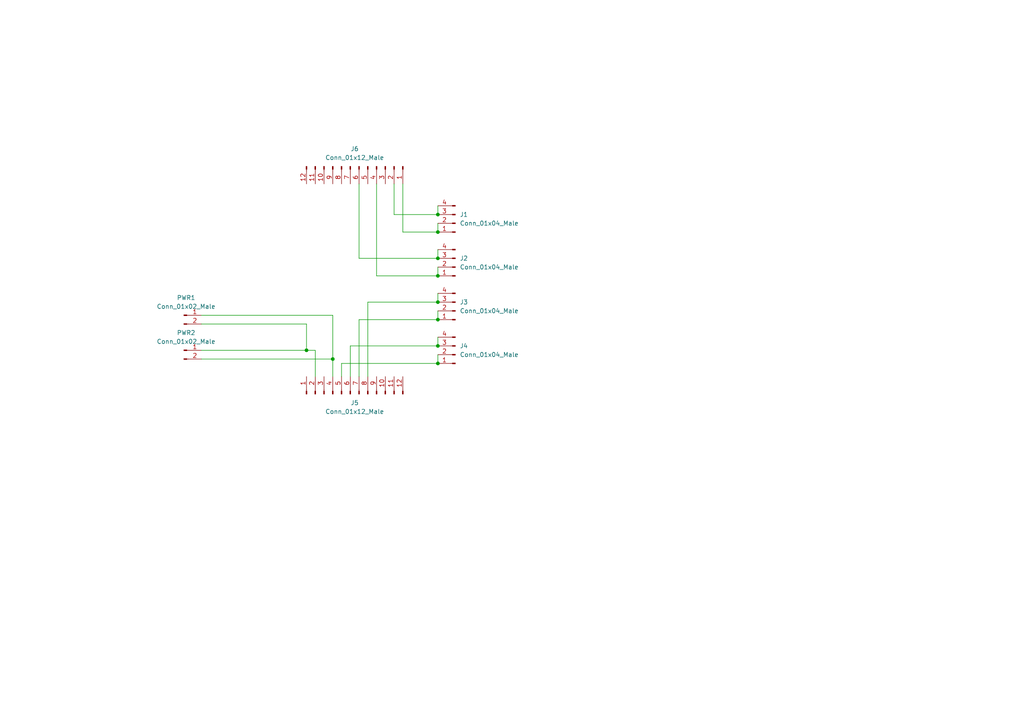
<source format=kicad_sch>
(kicad_sch (version 20211123) (generator eeschema)
  (paper "A4")
  (lib_symbols
    (symbol "Conn_01x12_Male_1" (pin_names (offset 1.016) hide)
      (property "Reference" "J" (at 0 15.24 0))
      (property "Value" "Conn_01x12_Male_1" (at 0 -17.78 0))
      (symbol "Conn_01x12_Male_1_1_1"
        (polyline (pts (xy 1.27 -15.24) (xy 0.8636 -15.24)) (stroke (width 0.1524)))
        (polyline (pts (xy 1.27 -12.7) (xy 0.8636 -12.7)) (stroke (width 0.1524)))
        (polyline (pts (xy 1.27 -10.16) (xy 0.8636 -10.16)) (stroke (width 0.1524)))
        (polyline (pts (xy 1.27 -7.62) (xy 0.8636 -7.62)) (stroke (width 0.1524)))
        (polyline (pts (xy 1.27 -5.08) (xy 0.8636 -5.08)) (stroke (width 0.1524)))
        (polyline (pts (xy 1.27 -2.54) (xy 0.8636 -2.54)) (stroke (width 0.1524)))
        (polyline (pts (xy 1.27 0) (xy 0.8636 0)) (stroke (width 0.1524)))
        (polyline (pts (xy 1.27 2.54) (xy 0.8636 2.54)) (stroke (width 0.1524)))
        (polyline (pts (xy 1.27 5.08) (xy 0.8636 5.08)) (stroke (width 0.1524)))
        (polyline (pts (xy 1.27 7.62) (xy 0.8636 7.62)) (stroke (width 0.1524)))
        (polyline (pts (xy 1.27 10.16) (xy 0.8636 10.16)) (stroke (width 0.1524)))
        (polyline (pts (xy 1.27 12.7) (xy 0.8636 12.7)) (stroke (width 0.1524)))
        (rectangle (start 0.8636 -15.113) (end 0 -15.367) (stroke (width 0.1524)) (fill (type outline)))
        (rectangle (start 0.8636 -12.573) (end 0 -12.827) (stroke (width 0.1524)) (fill (type outline)))
        (rectangle (start 0.8636 -10.033) (end 0 -10.287) (stroke (width 0.1524)) (fill (type outline)))
        (rectangle (start 0.8636 -7.493) (end 0 -7.747) (stroke (width 0.1524)) (fill (type outline)))
        (rectangle (start 0.8636 -4.953) (end 0 -5.207) (stroke (width 0.1524)) (fill (type outline)))
        (rectangle (start 0.8636 -2.413) (end 0 -2.667) (stroke (width 0.1524)) (fill (type outline)))
        (rectangle (start 0.8636 0.127) (end 0 -0.127) (stroke (width 0.1524)) (fill (type outline)))
        (rectangle (start 0.8636 2.667) (end 0 2.413) (stroke (width 0.1524)) (fill (type outline)))
        (rectangle (start 0.8636 5.207) (end 0 4.953) (stroke (width 0.1524)) (fill (type outline)))
        (rectangle (start 0.8636 7.747) (end 0 7.493) (stroke (width 0.1524)) (fill (type outline)))
        (rectangle (start 0.8636 10.287) (end 0 10.033) (stroke (width 0.1524)) (fill (type outline)))
        (rectangle (start 0.8636 12.827) (end 0 12.573) (stroke (width 0.1524)) (fill (type outline)))
        (pin passive line (at 5.08 12.7 180) (length 3.81) (name "Pin_1") (number "1"))
        (pin passive line (at 5.08 -10.16 180) (length 3.81) (name "Pin_10") (number "10"))
        (pin passive line (at 5.08 -12.7 180) (length 3.81) (name "Pin_11") (number "11"))
        (pin passive line (at 5.08 -15.24 180) (length 3.81) (name "Pin_12") (number "12"))
        (pin passive line (at 5.08 10.16 180) (length 3.81) (name "Pin_2") (number "2"))
        (pin passive line (at 5.08 7.62 180) (length 3.81) (name "Pin_3") (number "3"))
        (pin passive line (at 5.08 5.08 180) (length 3.81) (name "Pin_4") (number "4"))
        (pin passive line (at 5.08 2.54 180) (length 3.81) (name "Pin_5") (number "5"))
        (pin passive line (at 5.08 0 180) (length 3.81) (name "Pin_6") (number "6"))
        (pin passive line (at 5.08 -2.54 180) (length 3.81) (name "Pin_7") (number "7"))
        (pin passive line (at 5.08 -5.08 180) (length 3.81) (name "Pin_8") (number "8"))
        (pin passive line (at 5.08 -7.62 180) (length 3.81) (name "Pin_9") (number "9"))
      )
    )
    (symbol "Connector:Conn_01x02_Male" (pin_names (offset 1.016) hide)
      (property "Reference" "J" (at 0 2.54 0))
      (property "Value" "Conn_01x02_Male" (at 0 -5.08 0))
      (symbol "Conn_01x02_Male_1_1"
        (polyline (pts (xy 1.27 -2.54) (xy 0.8636 -2.54)) (stroke (width 0.1524)))
        (polyline (pts (xy 1.27 0) (xy 0.8636 0)) (stroke (width 0.1524)))
        (rectangle (start 0.8636 -2.413) (end 0 -2.667) (stroke (width 0.1524)) (fill (type outline)))
        (rectangle (start 0.8636 0.127) (end 0 -0.127) (stroke (width 0.1524)) (fill (type outline)))
        (pin passive line (at 5.08 0 180) (length 3.81) (name "Pin_1") (number "1"))
        (pin passive line (at 5.08 -2.54 180) (length 3.81) (name "Pin_2") (number "2"))
      )
    )
    (symbol "Connector:Conn_01x04_Male" (pin_names (offset 1.016) hide)
      (property "Reference" "J" (at 0 5.08 0))
      (property "Value" "Conn_01x04_Male" (at 0 -7.62 0))
      (symbol "Conn_01x04_Male_1_1"
        (polyline (pts (xy 1.27 -5.08) (xy 0.8636 -5.08)) (stroke (width 0.1524)))
        (polyline (pts (xy 1.27 -2.54) (xy 0.8636 -2.54)) (stroke (width 0.1524)))
        (polyline (pts (xy 1.27 0) (xy 0.8636 0)) (stroke (width 0.1524)))
        (polyline (pts (xy 1.27 2.54) (xy 0.8636 2.54)) (stroke (width 0.1524)))
        (rectangle (start 0.8636 -4.953) (end 0 -5.207) (stroke (width 0.1524)) (fill (type outline)))
        (rectangle (start 0.8636 -2.413) (end 0 -2.667) (stroke (width 0.1524)) (fill (type outline)))
        (rectangle (start 0.8636 0.127) (end 0 -0.127) (stroke (width 0.1524)) (fill (type outline)))
        (rectangle (start 0.8636 2.667) (end 0 2.413) (stroke (width 0.1524)) (fill (type outline)))
        (pin passive line (at 5.08 2.54 180) (length 3.81) (name "Pin_1") (number "1"))
        (pin passive line (at 5.08 0 180) (length 3.81) (name "Pin_2") (number "2"))
        (pin passive line (at 5.08 -2.54 180) (length 3.81) (name "Pin_3") (number "3"))
        (pin passive line (at 5.08 -5.08 180) (length 3.81) (name "Pin_4") (number "4"))
      )
    )
    (symbol "Connector:Conn_01x12_Male" (pin_names (offset 1.016) hide)
      (property "Reference" "J" (at 0 15.24 0))
      (property "Value" "Conn_01x12_Male" (at 0 -17.78 0))
      (symbol "Conn_01x12_Male_1_1"
        (polyline (pts (xy 1.27 -15.24) (xy 0.8636 -15.24)) (stroke (width 0.1524)))
        (polyline (pts (xy 1.27 -12.7) (xy 0.8636 -12.7)) (stroke (width 0.1524)))
        (polyline (pts (xy 1.27 -10.16) (xy 0.8636 -10.16)) (stroke (width 0.1524)))
        (polyline (pts (xy 1.27 -7.62) (xy 0.8636 -7.62)) (stroke (width 0.1524)))
        (polyline (pts (xy 1.27 -5.08) (xy 0.8636 -5.08)) (stroke (width 0.1524)))
        (polyline (pts (xy 1.27 -2.54) (xy 0.8636 -2.54)) (stroke (width 0.1524)))
        (polyline (pts (xy 1.27 0) (xy 0.8636 0)) (stroke (width 0.1524)))
        (polyline (pts (xy 1.27 2.54) (xy 0.8636 2.54)) (stroke (width 0.1524)))
        (polyline (pts (xy 1.27 5.08) (xy 0.8636 5.08)) (stroke (width 0.1524)))
        (polyline (pts (xy 1.27 7.62) (xy 0.8636 7.62)) (stroke (width 0.1524)))
        (polyline (pts (xy 1.27 10.16) (xy 0.8636 10.16)) (stroke (width 0.1524)))
        (polyline (pts (xy 1.27 12.7) (xy 0.8636 12.7)) (stroke (width 0.1524)))
        (rectangle (start 0.8636 -15.113) (end 0 -15.367) (stroke (width 0.1524)) (fill (type outline)))
        (rectangle (start 0.8636 -12.573) (end 0 -12.827) (stroke (width 0.1524)) (fill (type outline)))
        (rectangle (start 0.8636 -10.033) (end 0 -10.287) (stroke (width 0.1524)) (fill (type outline)))
        (rectangle (start 0.8636 -7.493) (end 0 -7.747) (stroke (width 0.1524)) (fill (type outline)))
        (rectangle (start 0.8636 -4.953) (end 0 -5.207) (stroke (width 0.1524)) (fill (type outline)))
        (rectangle (start 0.8636 -2.413) (end 0 -2.667) (stroke (width 0.1524)) (fill (type outline)))
        (rectangle (start 0.8636 0.127) (end 0 -0.127) (stroke (width 0.1524)) (fill (type outline)))
        (rectangle (start 0.8636 2.667) (end 0 2.413) (stroke (width 0.1524)) (fill (type outline)))
        (rectangle (start 0.8636 5.207) (end 0 4.953) (stroke (width 0.1524)) (fill (type outline)))
        (rectangle (start 0.8636 7.747) (end 0 7.493) (stroke (width 0.1524)) (fill (type outline)))
        (rectangle (start 0.8636 10.287) (end 0 10.033) (stroke (width 0.1524)) (fill (type outline)))
        (rectangle (start 0.8636 12.827) (end 0 12.573) (stroke (width 0.1524)) (fill (type outline)))
        (pin passive line (at 5.08 12.7 180) (length 3.81) (name "Pin_1") (number "1"))
        (pin passive line (at 5.08 -10.16 180) (length 3.81) (name "Pin_10") (number "10"))
        (pin passive line (at 5.08 -12.7 180) (length 3.81) (name "Pin_11") (number "11"))
        (pin passive line (at 5.08 -15.24 180) (length 3.81) (name "Pin_12") (number "12"))
        (pin passive line (at 5.08 10.16 180) (length 3.81) (name "Pin_2") (number "2"))
        (pin passive line (at 5.08 7.62 180) (length 3.81) (name "Pin_3") (number "3"))
        (pin passive line (at 5.08 5.08 180) (length 3.81) (name "Pin_4") (number "4"))
        (pin passive line (at 5.08 2.54 180) (length 3.81) (name "Pin_5") (number "5"))
        (pin passive line (at 5.08 0 180) (length 3.81) (name "Pin_6") (number "6"))
        (pin passive line (at 5.08 -2.54 180) (length 3.81) (name "Pin_7") (number "7"))
        (pin passive line (at 5.08 -5.08 180) (length 3.81) (name "Pin_8") (number "8"))
        (pin passive line (at 5.08 -7.62 180) (length 3.81) (name "Pin_9") (number "9"))
      )
    )
  )
  (junction (at 127 74.93))
  (junction (at 127 62.23))
  (junction (at 96.52 104.14))
  (junction (at 88.9 101.6))
  (junction (at 127 87.63))
  (junction (at 127 105.41))
  (junction (at 127 92.71))
  (junction (at 127 100.33))
  (junction (at 127 80.01))
  (junction (at 127 67.31))
  (wire (pts (xy 127 62.23) (xy 114.3 62.23)))
  (wire (pts (xy 99.06 105.41) (xy 127 105.41)))
  (wire (pts (xy 127 97.79) (xy 127 100.33)))
  (wire (pts (xy 127 74.93) (xy 104.14 74.93)))
  (wire (pts (xy 127 77.47) (xy 127 80.01)))
  (wire (pts (xy 58.42 104.14) (xy 96.52 104.14)))
  (wire (pts (xy 96.52 104.14) (xy 96.52 109.22)))
  (wire (pts (xy 116.84 67.31) (xy 116.84 53.34)))
  (wire (pts (xy 114.3 62.23) (xy 114.3 53.34)))
  (wire (pts (xy 104.14 92.71) (xy 104.14 109.22)))
  (wire (pts (xy 127 64.77) (xy 127 67.31)))
  (wire (pts (xy 127 67.31) (xy 116.84 67.31)))
  (wire (pts (xy 88.9 93.98) (xy 88.9 101.6)))
  (wire (pts (xy 127 92.71) (xy 104.14 92.71)))
  (wire (pts (xy 127 80.01) (xy 109.22 80.01)))
  (wire (pts (xy 106.68 87.63) (xy 106.68 109.22)))
  (wire (pts (xy 127 59.69) (xy 127 62.23)))
  (wire (pts (xy 99.06 105.41) (xy 99.06 109.22)))
  (wire (pts (xy 127 72.39) (xy 127 74.93)))
  (wire (pts (xy 104.14 74.93) (xy 104.14 53.34)))
  (wire (pts (xy 109.22 80.01) (xy 109.22 53.34)))
  (wire (pts (xy 96.52 91.44) (xy 96.52 104.14)))
  (wire (pts (xy 58.42 101.6) (xy 88.9 101.6)))
  (wire (pts (xy 58.42 93.98) (xy 88.9 93.98)))
  (wire (pts (xy 127 85.09) (xy 127 87.63)))
  (wire (pts (xy 101.6 100.33) (xy 127 100.33)))
  (wire (pts (xy 101.6 100.33) (xy 101.6 109.22)))
  (wire (pts (xy 127 87.63) (xy 106.68 87.63)))
  (wire (pts (xy 58.42 91.44) (xy 96.52 91.44)))
  (wire (pts (xy 91.44 101.6) (xy 91.44 109.22)))
  (wire (pts (xy 127 102.87) (xy 127 105.41)))
  (wire (pts (xy 88.9 101.6) (xy 91.44 101.6)))
  (wire (pts (xy 127 90.17) (xy 127 92.71)))
  (symbol (lib_id "Connector:Conn_01x04_Male") (at 132.08 102.87 180) (unit 1)
    (property "Reference" "J4" (at 133.35 100.3299 0) (effects (justify right)))
    (property "Value" "Conn_01x04_Male" (at 133.35 102.8699 0) (effects (justify right)))
    (property "Footprint" "Connector_JST:JST_XH_S4B-XH-A_1x04_P2.50mm_Horizontal" (effects hide))
  )
  (symbol (lib_id "Connector:Conn_01x12_Male") (at 104.14 48.26 270) (unit 1)
    (property "Reference" "J6" (at 102.87 43.18 90))
    (property "Value" "Conn_01x12_Male" (at 102.87 45.72 90))
    (property "Footprint" "Connector_PinHeader_2.54mm:PinHeader_1x12_P2.54mm_Vertical" (effects hide))
  )
  (symbol (lib_id "Connector:Conn_01x04_Male") (at 132.08 64.77 180) (unit 1)
    (property "Reference" "J1" (at 133.35 62.2299 0) (effects (justify right)))
    (property "Value" "Conn_01x04_Male" (at 133.35 64.7699 0) (effects (justify right)))
    (property "Footprint" "Connector_JST:JST_XH_S4B-XH-A_1x04_P2.50mm_Horizontal" (effects hide))
  )
  (symbol (lib_id "Connector:Conn_01x04_Male") (at 132.08 90.17 180) (unit 1)
    (property "Reference" "J3" (at 133.35 87.6299 0) (effects (justify right)))
    (property "Value" "Conn_01x04_Male" (at 133.35 90.1699 0) (effects (justify right)))
    (property "Footprint" "Connector_JST:JST_XH_S4B-XH-A_1x04_P2.50mm_Horizontal" (effects hide))
  )
  (symbol (lib_id "Connector:Conn_01x02_Male") (at 53.34 91.44 0) (unit 1)
    (property "Reference" "PWR1" (at 53.975 86.36 0))
    (property "Value" "Conn_01x02_Male" (at 53.975 88.9 0))
    (property "Footprint" "Connector_JST:JST_XH_S2B-XH-A_1x02_P2.50mm_Horizontal" (effects hide))
  )
  (symbol (lib_name "Conn_01x12_Male_1") (lib_id "Connector:Conn_01x12_Male") (at 101.6 114.3 90) (unit 1)
    (property "Reference" "J5" (at 102.87 116.84 90))
    (property "Value" "Conn_01x12_Male" (at 102.87 119.38 90))
    (property "Footprint" "Connector_PinHeader_2.54mm:PinHeader_1x12_P2.54mm_Vertical" (effects hide))
  )
  (symbol (lib_id "Connector:Conn_01x04_Male") (at 132.08 77.47 180) (unit 1)
    (property "Reference" "J2" (at 133.35 74.9299 0) (effects (justify right)))
    (property "Value" "Conn_01x04_Male" (at 133.35 77.4699 0) (effects (justify right)))
    (property "Footprint" "Connector_JST:JST_XH_S4B-XH-A_1x04_P2.50mm_Horizontal" (effects hide))
  )
  (symbol (lib_id "Connector:Conn_01x02_Male") (at 53.34 101.6 0) (unit 1)
    (property "Reference" "PWR2" (at 53.975 96.52 0))
    (property "Value" "Conn_01x02_Male" (at 53.975 99.06 0))
    (property "Footprint" "Connector_JST:JST_XH_S2B-XH-A_1x02_P2.50mm_Horizontal" (effects hide))
  )
)
</source>
